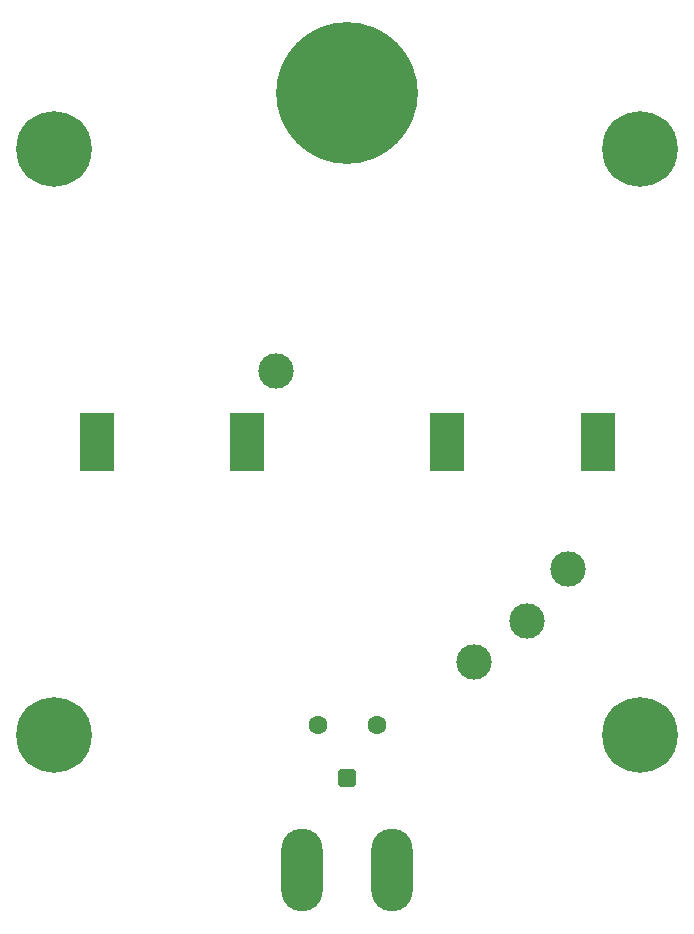
<source format=gbr>
%TF.GenerationSoftware,KiCad,Pcbnew,8.0.6*%
%TF.CreationDate,2025-01-31T16:57:08-05:00*%
%TF.ProjectId,Wire Spool Antenna V1.2,57697265-2053-4706-9f6f-6c20416e7465,rev?*%
%TF.SameCoordinates,Original*%
%TF.FileFunction,Copper,L2,Bot*%
%TF.FilePolarity,Positive*%
%FSLAX46Y46*%
G04 Gerber Fmt 4.6, Leading zero omitted, Abs format (unit mm)*
G04 Created by KiCad (PCBNEW 8.0.6) date 2025-01-31 16:57:08*
%MOMM*%
%LPD*%
G01*
G04 APERTURE LIST*
G04 Aperture macros list*
%AMRoundRect*
0 Rectangle with rounded corners*
0 $1 Rounding radius*
0 $2 $3 $4 $5 $6 $7 $8 $9 X,Y pos of 4 corners*
0 Add a 4 corners polygon primitive as box body*
4,1,4,$2,$3,$4,$5,$6,$7,$8,$9,$2,$3,0*
0 Add four circle primitives for the rounded corners*
1,1,$1+$1,$2,$3*
1,1,$1+$1,$4,$5*
1,1,$1+$1,$6,$7*
1,1,$1+$1,$8,$9*
0 Add four rect primitives between the rounded corners*
20,1,$1+$1,$2,$3,$4,$5,0*
20,1,$1+$1,$4,$5,$6,$7,0*
20,1,$1+$1,$6,$7,$8,$9,0*
20,1,$1+$1,$8,$9,$2,$3,0*%
G04 Aperture macros list end*
%TA.AperFunction,WasherPad*%
%ADD10R,3.000000X5.000000*%
%TD*%
%TA.AperFunction,ComponentPad*%
%ADD11C,3.000000*%
%TD*%
%TA.AperFunction,ComponentPad*%
%ADD12C,6.400000*%
%TD*%
%TA.AperFunction,ConnectorPad*%
%ADD13C,12.000000*%
%TD*%
%TA.AperFunction,ComponentPad*%
%ADD14C,1.600000*%
%TD*%
%TA.AperFunction,ComponentPad*%
%ADD15RoundRect,0.400000X0.400000X0.400000X-0.400000X0.400000X-0.400000X-0.400000X0.400000X-0.400000X0*%
%TD*%
%TA.AperFunction,ComponentPad*%
%ADD16O,3.500000X7.000000*%
%TD*%
G04 APERTURE END LIST*
D10*
%TO.P,T1,*%
%TO.N,*%
X78786797Y-100000000D03*
X91514719Y-100000000D03*
X108485281Y-100000000D03*
X121213203Y-100000000D03*
D11*
%TO.P,T1,1,AA*%
%TO.N,Net-(J2-In)*%
X110748023Y-118667619D03*
%TO.P,T1,2,AB*%
%TO.N,GND*%
X115202796Y-115202796D03*
%TO.P,T1,3,SA*%
X118667619Y-110748023D03*
%TO.P,T1,4,SB*%
%TO.N,Net-(T1-SB)*%
X93989592Y-93989592D03*
%TD*%
D12*
%TO.P,H1,1,1*%
%TO.N,Net-(T1-SB)*%
X100000000Y-70500000D03*
D13*
X100000000Y-70500000D03*
%TD*%
D12*
%TO.P,H5,1,1*%
%TO.N,GND*%
X124800000Y-75200000D03*
%TD*%
D14*
%TO.P,C1,1*%
%TO.N,Net-(J2-In)*%
X102500000Y-124000000D03*
%TO.P,C1,2*%
%TO.N,GND*%
X97500000Y-124000000D03*
%TD*%
D12*
%TO.P,H3,1,1*%
%TO.N,GND*%
X75200000Y-124800000D03*
%TD*%
%TO.P,H2,1,1*%
%TO.N,GND*%
X124800000Y-124800000D03*
%TD*%
%TO.P,H6,1,1*%
%TO.N,GND*%
X75200000Y-75200000D03*
%TD*%
D15*
%TO.P,J2,1,In*%
%TO.N,Net-(J2-In)*%
X100000000Y-128500000D03*
D16*
%TO.P,J2,2,Ext*%
%TO.N,GND*%
X103800000Y-136300000D03*
X96200000Y-136300000D03*
%TD*%
M02*

</source>
